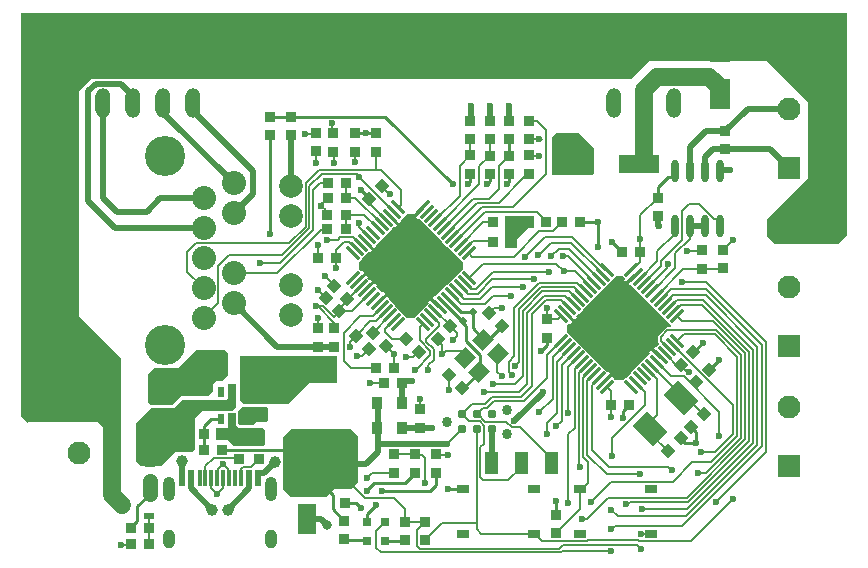
<source format=gtl>
G04*
G04 #@! TF.GenerationSoftware,Altium Limited,Altium Designer,19.1.9 (167)*
G04*
G04 Layer_Physical_Order=1*
G04 Layer_Color=255*
%FSLAX25Y25*%
%MOIN*%
G70*
G01*
G75*
%ADD11C,0.01000*%
%ADD14C,0.00600*%
%ADD53R,0.03543X0.02362*%
%ADD54R,0.02362X0.03543*%
G04:AMPARAMS|DCode=55|XSize=66.93mil|YSize=94.49mil|CornerRadius=0mil|HoleSize=0mil|Usage=FLASHONLY|Rotation=45.000|XOffset=0mil|YOffset=0mil|HoleType=Round|Shape=Rectangle|*
%AMROTATEDRECTD55*
4,1,4,0.00974,-0.05707,-0.05707,0.00974,-0.00974,0.05707,0.05707,-0.00974,0.00974,-0.05707,0.0*
%
%ADD55ROTATEDRECTD55*%

%ADD56R,0.06693X0.09843*%
%ADD57R,0.09843X0.06693*%
%ADD58R,0.02362X0.05709*%
%ADD59R,0.01181X0.05709*%
%ADD60R,0.03347X0.03347*%
%ADD61R,0.13780X0.06299*%
%ADD62P,0.03062X4X90.0*%
%ADD63R,0.03543X0.03937*%
G04:AMPARAMS|DCode=64|XSize=11mil|YSize=58mil|CornerRadius=0mil|HoleSize=0mil|Usage=FLASHONLY|Rotation=135.000|XOffset=0mil|YOffset=0mil|HoleType=Round|Shape=Rectangle|*
%AMROTATEDRECTD64*
4,1,4,0.02439,0.01662,-0.01662,-0.02439,-0.02439,-0.01662,0.01662,0.02439,0.02439,0.01662,0.0*
%
%ADD64ROTATEDRECTD64*%

G04:AMPARAMS|DCode=65|XSize=11mil|YSize=58mil|CornerRadius=0mil|HoleSize=0mil|Usage=FLASHONLY|Rotation=225.000|XOffset=0mil|YOffset=0mil|HoleType=Round|Shape=Rectangle|*
%AMROTATEDRECTD65*
4,1,4,-0.01662,0.02439,0.02439,-0.01662,0.01662,-0.02439,-0.02439,0.01662,-0.01662,0.02439,0.0*
%
%ADD65ROTATEDRECTD65*%

%ADD66P,0.04733X4X90.0*%
%ADD67R,0.03347X0.03347*%
%ADD68O,0.02362X0.07480*%
G04:AMPARAMS|DCode=69|XSize=55.12mil|YSize=47.24mil|CornerRadius=0mil|HoleSize=0mil|Usage=FLASHONLY|Rotation=225.000|XOffset=0mil|YOffset=0mil|HoleType=Round|Shape=Rectangle|*
%AMROTATEDRECTD69*
4,1,4,0.00278,0.03619,0.03619,0.00278,-0.00278,-0.03619,-0.03619,-0.00278,0.00278,0.03619,0.0*
%
%ADD69ROTATEDRECTD69*%

%ADD70C,0.03100*%
%ADD71R,0.03937X0.02953*%
%ADD72P,0.04733X4X180.0*%
%ADD73R,0.03150X0.03150*%
%ADD74R,0.08661X0.06299*%
%ADD75R,0.06299X0.10236*%
%ADD76C,0.02000*%
%ADD77C,0.00800*%
%ADD78C,0.06000*%
%ADD79C,0.05000*%
%ADD80O,0.05000X0.10000*%
%ADD81C,0.08000*%
%ADD82C,0.07874*%
%ADD83C,0.13386*%
%ADD84O,0.03937X0.06299*%
%ADD85O,0.03937X0.08268*%
%ADD86R,0.07677X0.07677*%
%ADD87C,0.07677*%
%ADD88C,0.03400*%
%ADD89C,0.15000*%
%ADD90C,0.02362*%
%ADD91C,0.03937*%
%ADD92C,0.03150*%
G36*
X191000Y136100D02*
X191000Y127700D01*
X190400Y127100D01*
X177600Y127100D01*
X177000Y127700D01*
Y139800D01*
X177100D01*
X178600Y141300D01*
X185800D01*
X191000Y136100D01*
D02*
G37*
G36*
X134455Y116021D02*
X131697Y113263D01*
X132439Y112521D01*
X132722Y112804D01*
X133783Y111743D01*
Y111743D01*
X134985Y110541D01*
X135197Y110329D01*
X136329Y109198D01*
Y109198D01*
X137955Y107571D01*
X137955D01*
X139157Y106369D01*
X139369Y106157D01*
X140571Y104955D01*
Y104955D01*
X142198Y103329D01*
X142198D01*
X143329Y102197D01*
X143541Y101985D01*
X144743Y100783D01*
X144743D01*
X146370Y99157D01*
Y99157D01*
X147300Y98226D01*
Y95774D01*
X146370Y94843D01*
Y94843D01*
X144743Y93217D01*
X144743D01*
X143329Y91803D01*
X142198Y90671D01*
X142198D01*
X140571Y89045D01*
Y89045D01*
X139157Y87631D01*
X138238Y86712D01*
X137955Y86994D01*
X137213Y86252D01*
X139970Y83494D01*
X139263Y82787D01*
X136505Y85545D01*
X135763Y84802D01*
X136046Y84520D01*
X134985Y83459D01*
X133783Y82257D01*
Y82257D01*
X132157Y80630D01*
X132157D01*
X131226Y79700D01*
X128774D01*
X127843Y80630D01*
X127843D01*
X126217Y82257D01*
Y82257D01*
X124803Y83671D01*
X123671Y84802D01*
Y84802D01*
X122540Y85934D01*
X122823Y86217D01*
X122080Y86959D01*
X119323Y84201D01*
X118616Y84908D01*
X121373Y87666D01*
X120631Y88409D01*
X120348Y88126D01*
X119429Y89045D01*
Y89045D01*
X118368Y90106D01*
X118651Y90389D01*
X117909Y91131D01*
X115151Y88373D01*
X114444Y89080D01*
X117201Y91838D01*
X116459Y92581D01*
X116176Y92298D01*
X115540Y92934D01*
X115823Y93217D01*
X115080Y93959D01*
X112322Y91202D01*
X111615Y91909D01*
X114373Y94666D01*
X113630Y95409D01*
X113348Y95126D01*
X112700Y95774D01*
X112700Y98226D01*
X113630Y99157D01*
Y99157D01*
X115257Y100783D01*
X115257D01*
X116176Y101702D01*
X116459Y101419D01*
X117201Y102162D01*
X114444Y104920D01*
X115151Y105627D01*
X117909Y102869D01*
X118651Y103611D01*
X118368Y103894D01*
X119429Y104955D01*
Y104955D01*
X120631Y106157D01*
X122045Y107571D01*
X122045D01*
X123671Y109198D01*
Y109198D01*
X124520Y110046D01*
X124803Y109763D01*
X125545Y110506D01*
X122787Y113263D01*
X123495Y113971D01*
X126252Y111213D01*
X126995Y111955D01*
X126712Y112238D01*
X127843Y113370D01*
X127843D01*
X128774Y114300D01*
X130660D01*
X130990Y113971D01*
X133748Y116728D01*
X134455Y116021D01*
D02*
G37*
G36*
X275591Y107191D02*
X272700Y104300D01*
X251300Y104300D01*
X248900Y106700D01*
X248900Y112500D01*
X262600Y126200D01*
Y151400D01*
X248900Y165100D01*
X209300D01*
X203500Y159300D01*
X23800D01*
X23700Y159400D01*
X19500Y155200D01*
Y80200D01*
X33500Y66200D01*
Y44900D01*
X3100D01*
X2800Y45200D01*
X2100Y44700D01*
X0Y46800D01*
Y180400D01*
Y181102D01*
X275591D01*
X275591Y107191D01*
D02*
G37*
G36*
X171000Y109500D02*
X169000Y109500D01*
X165500Y106000D01*
X165500Y103000D01*
X161500D01*
Y113500D01*
X171000D01*
Y109500D01*
D02*
G37*
G36*
X205298Y93678D02*
X202541Y90920D01*
X203283Y90178D01*
X203566Y90460D01*
X204485Y89541D01*
X204697Y89329D01*
X205829Y88198D01*
D01*
X207455Y86571D01*
X207455Y86571D01*
X208657Y85369D01*
X208869Y85157D01*
X210071Y83955D01*
D01*
X211698Y82329D01*
X211698Y82329D01*
X212829Y81197D01*
X213041Y80985D01*
X214243Y79783D01*
X214243Y79783D01*
X215869Y78157D01*
D01*
X216800Y77226D01*
Y76418D01*
X215600D01*
X215249Y76348D01*
X214951Y76149D01*
X212751Y73949D01*
X212552Y73651D01*
X212482Y73300D01*
Y71858D01*
X212552Y71507D01*
X212751Y71209D01*
X212993Y70967D01*
X212829Y70803D01*
X211980Y69954D01*
X211698Y70237D01*
X210955Y69495D01*
X213713Y66737D01*
X213006Y66030D01*
X210248Y68787D01*
X209506Y68045D01*
X209788Y67762D01*
X208657Y66631D01*
X207455Y65429D01*
X207455Y65429D01*
X205829Y63802D01*
D01*
X204485Y62459D01*
X203283Y61257D01*
D01*
X201657Y59631D01*
X201657Y59631D01*
X200826Y58800D01*
X198174D01*
X197626Y59348D01*
X197909Y59631D01*
X197167Y60373D01*
X194409Y57615D01*
X193702Y58322D01*
X196459Y61080D01*
X195717Y61822D01*
X195434Y61540D01*
X194303Y62671D01*
X193171Y63802D01*
D01*
X191545Y65429D01*
X191545Y65429D01*
X190131Y66843D01*
X188929Y68045D01*
D01*
X187302Y69671D01*
X187302Y69671D01*
X185959Y71015D01*
X184757Y72217D01*
X184757Y72217D01*
X183131Y73843D01*
D01*
X182200Y74774D01*
Y77226D01*
X182848Y77874D01*
X183131Y77591D01*
X183873Y78333D01*
X181115Y81091D01*
X181822Y81798D01*
X184580Y79040D01*
X185322Y79783D01*
X185040Y80066D01*
X185959Y80985D01*
X187302Y82329D01*
X187302Y82329D01*
X188929Y83955D01*
D01*
X190131Y85157D01*
X191545Y86571D01*
X191545Y86571D01*
X193171Y88198D01*
D01*
X194303Y89329D01*
X195717Y90743D01*
D01*
X197343Y92370D01*
X197343Y92370D01*
X198374Y93400D01*
X200626D01*
X201374Y92652D01*
X201091Y92370D01*
X201834Y91627D01*
X204591Y94385D01*
X205298Y93678D01*
D02*
G37*
G36*
X105500Y58000D02*
X96500D01*
X89233Y50733D01*
X74508D01*
X73000Y52241D01*
Y67000D01*
X105500D01*
Y58000D01*
D02*
G37*
G36*
X69000Y68000D02*
Y60500D01*
X67000Y58500D01*
X65000D01*
X64000Y57500D01*
X64000Y55000D01*
X62500Y53500D01*
X53500Y53500D01*
X50500Y50500D01*
X43500D01*
X42500Y51500D01*
X42500Y61000D01*
X44500Y63000D01*
X52500D01*
X58500Y69000D01*
X68000D01*
X69000Y68000D01*
D02*
G37*
G36*
X82500Y49500D02*
Y45500D01*
X82000Y45000D01*
X78500D01*
X77300Y43800D01*
X73200D01*
X72500Y44500D01*
X72500Y48500D01*
X74000Y50000D01*
X82000D01*
X82500Y49500D01*
D02*
G37*
G36*
X71900Y43800D02*
X72700Y43000D01*
X80700Y43000D01*
X81600Y42100D01*
X81600Y37600D01*
X80900Y36900D01*
X71100D01*
X69000Y39000D01*
X65000Y39000D01*
Y43000D01*
X69100D01*
Y48000D01*
X71900D01*
X71900Y43800D01*
D02*
G37*
G36*
X71800Y57500D02*
X71800Y49800D01*
X70700Y48700D01*
X60450Y48700D01*
X58000Y46250D01*
X58000Y41750D01*
Y36000D01*
X57000Y35000D01*
X51500D01*
X46800Y30300D01*
X40000Y30300D01*
X38500Y31800D01*
X38500Y44500D01*
X43500Y49500D01*
X51000Y49500D01*
X53800Y52300D01*
X68800D01*
X69250Y52750D01*
X69250Y57500D01*
X71800Y57500D01*
D02*
G37*
G36*
X179100Y27599D02*
X174700Y27604D01*
Y35002D01*
X179100D01*
X179100Y27599D01*
D02*
G37*
G36*
X169100D02*
X164700Y27604D01*
Y35002D01*
X169100D01*
X169100Y27599D01*
D02*
G37*
G36*
X159100D02*
X154700Y27604D01*
Y35002D01*
X159100D01*
X159100Y27599D01*
D02*
G37*
G36*
X112500Y40000D02*
Y25000D01*
X110000Y22500D01*
X104500D01*
X102000Y20000D01*
X90000D01*
X87500Y22500D01*
Y40000D01*
X90000Y42500D01*
X110000D01*
X112500Y40000D01*
D02*
G37*
D11*
X117093Y23793D02*
X117800Y24500D01*
X117093Y23762D02*
Y23793D01*
X115600Y22269D02*
X117093Y23762D01*
X115600Y21900D02*
Y22269D01*
X90130Y146681D02*
X121469D01*
X144000Y124150D01*
X115500Y14300D02*
X118400Y17200D01*
X115500Y11650D02*
Y14300D01*
X104000Y15900D02*
X107900Y12000D01*
X104000Y15900D02*
Y20500D01*
X97913Y26587D02*
X104000Y20500D01*
X212500Y119651D02*
Y123152D01*
X215905Y126557D01*
X217371D01*
X218000Y127186D01*
Y128652D01*
X149148Y124348D02*
X149800Y125000D01*
X155348Y124348D02*
X156296Y125296D01*
X162050Y124150D02*
X162800Y124900D01*
Y127598D01*
X192300Y111500D02*
X192500Y111300D01*
X192300Y111500D02*
X192500D01*
X186551D02*
X192300D01*
X192500Y103100D02*
Y111300D01*
X149800Y125000D02*
Y127649D01*
X156296Y125296D02*
Y127594D01*
X156300Y127598D01*
X147615Y56215D02*
X152875Y61475D01*
X147030Y56215D02*
X147615D01*
X150626Y76106D02*
X154400Y72333D01*
Y73119D01*
X154431Y73088D01*
X156703D01*
X160357Y76743D01*
X150626Y76106D02*
Y81626D01*
X146788D02*
X150626D01*
X142445Y85969D02*
X146788Y81626D01*
X153200Y64434D02*
Y67100D01*
X152875Y64109D02*
X153200Y64434D01*
X152875Y61475D02*
Y64109D01*
X148500Y71800D02*
X153200Y67100D01*
X148500Y71800D02*
Y76757D01*
X147374Y77883D02*
X148500Y76757D01*
X147374Y77883D02*
Y78374D01*
X147212D02*
X147374D01*
X141031Y84555D02*
X147212Y78374D01*
X36749Y9700D02*
Y9849D01*
Y8700D02*
Y9700D01*
X38900Y12000D02*
Y16913D01*
X36749Y9849D02*
X38900Y12000D01*
X108349Y5449D02*
X115402D01*
X106700Y6149D02*
X107900D01*
Y5898D02*
X108349Y5449D01*
X219400Y40000D02*
X221400Y38000D01*
X222942Y43543D02*
X225100Y41385D01*
X221400Y38000D02*
X225100D01*
Y41385D01*
X113600Y122100D02*
X116080Y119620D01*
X115000Y141051D02*
X118600D01*
X111400D02*
X115000D01*
X116080Y119080D02*
Y119620D01*
X90000Y146551D02*
X90130Y146681D01*
X111851Y17949D02*
X113500Y16300D01*
X142500Y22464D02*
X146860D01*
X147119Y22723D01*
X142300Y22664D02*
X142500Y22464D01*
X147119Y22723D02*
X147378Y22464D01*
X138500Y23900D02*
Y28000D01*
X136600Y22000D02*
X138500Y23900D01*
X120300Y22000D02*
X136600D01*
X38900Y16913D02*
X41656Y19669D01*
Y20259D01*
X42337Y20940D01*
X42928D01*
X227400Y71300D02*
Y71319D01*
X224257Y68158D02*
X227400Y71300D01*
X229457Y62357D02*
X232700Y65600D01*
Y65637D01*
X200800Y46300D02*
Y48600D01*
X202800Y50600D01*
X173500Y68700D02*
X175300Y70500D01*
Y72998D01*
X83100Y107600D02*
Y140349D01*
X83000Y140449D02*
X83100Y140349D01*
X108000Y17949D02*
X111851D01*
X117800Y24500D02*
X128051D01*
X83000Y146551D02*
X90000D01*
X178400Y13951D02*
Y18600D01*
X223657Y67558D02*
X224257Y68158D01*
X197049Y104900D02*
X200349Y101600D01*
X223557Y67558D02*
X223657D01*
X128051Y24500D02*
X131500Y27949D01*
X67051Y35500D02*
X91500D01*
X94000Y33000D01*
X63472Y45972D02*
X66760D01*
X60949Y43449D02*
X63472Y45972D01*
X60949Y41000D02*
Y43449D01*
X115402Y5449D02*
X115500Y5350D01*
X121500D02*
X127902D01*
X128000Y5449D01*
X95500Y26587D02*
X97913D01*
X162800Y133700D02*
Y138649D01*
X60949Y35500D02*
Y41000D01*
D14*
X209117Y89859D02*
X215406Y96149D01*
Y97073D01*
X215743Y97410D01*
Y97274D02*
Y97410D01*
X213419Y98519D02*
X220500Y105600D01*
X213419Y96848D02*
Y98519D01*
X218200Y96074D02*
Y101100D01*
X210671Y88545D02*
X218200Y96074D01*
X64381Y32881D02*
X72568D01*
X61579Y30079D02*
X64381Y32881D01*
X72568D02*
X72900Y32549D01*
X65806Y26350D02*
Y29106D01*
X65516Y26059D02*
X65806Y26350D01*
Y29106D02*
X67500Y30800D01*
X63547Y22968D02*
Y26059D01*
Y22968D02*
X65516Y21000D01*
X67484Y22968D02*
Y26059D01*
X65516Y21000D02*
X67484Y22968D01*
X61579Y26059D02*
Y30079D01*
X67500Y30800D02*
X69162Y29138D01*
Y26350D02*
Y29138D01*
Y26350D02*
X69453Y26059D01*
X74213Y29813D02*
X76640D01*
X73462Y29062D02*
X74213Y29813D01*
X73462Y26131D02*
Y29062D01*
X76640Y29813D02*
X79276Y32449D01*
X73390Y26059D02*
X73462Y26131D01*
X154450Y37682D02*
Y43704D01*
X153104Y45050D02*
X154450Y43704D01*
X149450Y45050D02*
X153104D01*
X163638Y43188D02*
X165362D01*
X161876Y44950D02*
X163638Y43188D01*
X154902Y44950D02*
X161876D01*
X162496Y25400D02*
X167000Y29904D01*
X154200Y25400D02*
X162496D01*
X153200Y26400D02*
X154200Y25400D01*
X165374Y43200D02*
X166500D01*
X165362Y43188D02*
X165374Y43200D01*
X166500D02*
X176800Y32900D01*
Y31500D02*
Y32900D01*
Y31500D02*
X176900Y31400D01*
X152351Y47500D02*
X154902Y44950D01*
X152000Y47500D02*
X152351D01*
X153200Y36432D02*
X154450Y37682D01*
X167000Y29904D02*
Y31500D01*
X153200Y26400D02*
Y36432D01*
X176900Y31400D02*
Y32800D01*
X147000Y47500D02*
X149450Y45050D01*
X132227Y8978D02*
X134800Y11551D01*
X118500Y2937D02*
Y8650D01*
X121500Y11650D01*
X118500Y2937D02*
X120037Y1400D01*
X218200Y101100D02*
X222973Y105873D01*
Y110121D01*
X223000Y110148D01*
X220500Y105600D02*
Y115200D01*
X222700Y117400D01*
X207773Y91203D02*
X213419Y96848D01*
X228300Y91600D02*
X248300Y71600D01*
X220500Y91600D02*
X228300D01*
X233900Y95949D02*
X234000Y96049D01*
X227200Y95949D02*
X233900D01*
X220863D02*
X227200D01*
X211945Y87031D02*
X220863Y95949D01*
X248300Y34800D02*
Y71600D01*
X222700Y117400D02*
X226250D01*
X231270Y112380D01*
X232186D01*
X233000Y111566D01*
Y110148D02*
Y111566D01*
X143013Y77057D02*
X143257D01*
X100232Y116944D02*
Y117421D01*
X100976Y118165D01*
Y118327D01*
X102349Y119700D01*
X100232Y116944D02*
X101704Y115472D01*
Y114445D02*
Y115472D01*
Y114445D02*
X102249Y113900D01*
X112900Y126687D02*
X124555Y115031D01*
X112005Y127581D02*
X112900Y126687D01*
X87197Y100500D02*
X96200Y109503D01*
Y123400D02*
X100381Y127581D01*
X96200Y109503D02*
Y123400D01*
X86394Y98000D02*
X97400Y109006D01*
Y122100D02*
X99800Y124500D01*
X97400Y109006D02*
Y122100D01*
X95000Y110000D02*
Y124500D01*
X99281Y128781D01*
X221100Y60100D02*
X232900Y48300D01*
Y40300D02*
Y48300D01*
X112343Y74343D02*
X116500Y78500D01*
X112343Y73158D02*
Y74343D01*
X116500Y78500D02*
X118430D01*
X106600Y106400D02*
X110842D01*
X105800Y105600D02*
X106600Y106400D01*
X102100Y105600D02*
X105800D01*
X109414Y105000D02*
X111969Y102445D01*
X107900Y105000D02*
X109414D01*
X105102Y102202D02*
X107900Y105000D01*
X115500Y118500D02*
X121727Y112273D01*
X105102Y99600D02*
Y102202D01*
X105151Y96049D02*
Y99600D01*
X112900Y109857D02*
Y111300D01*
Y109857D02*
X116141Y106617D01*
X111543Y119700D02*
X120383Y110859D01*
X108451Y119700D02*
X111543D01*
X110842Y106400D02*
X113383Y103859D01*
X99281Y128781D02*
X118500D01*
X98500Y134949D02*
X98600Y135049D01*
X98500Y131100D02*
Y134949D01*
X79900Y98000D02*
X86394D01*
X85500Y94500D02*
X100027Y109027D01*
X71000Y94500D02*
X85500D01*
X100027Y109027D02*
X102076D01*
X102249Y109200D01*
X99800Y124500D02*
X102349D01*
X69500Y100500D02*
X87197D01*
X65900Y96900D02*
X69500Y100500D01*
X108351Y113900D02*
X114514D01*
X118969Y109445D01*
X108351Y109200D02*
Y113900D01*
X108451Y120000D02*
Y124500D01*
X89500Y104500D02*
X95000Y110000D01*
X100381Y127581D02*
X112005D01*
X111400Y131600D02*
Y134949D01*
X118500Y128781D02*
X120219D01*
X118500D02*
X118600Y128881D01*
Y134949D01*
X120219Y128781D02*
X126800Y122200D01*
Y117276D02*
Y122200D01*
X125899Y116375D02*
X126800Y117276D01*
X104100Y134949D02*
X104400Y134649D01*
Y131300D02*
Y134649D01*
X181100Y95100D02*
X184743D01*
X154057Y97581D02*
X178581D01*
X181062Y95100D01*
X181100D01*
X184743D02*
X189783Y90059D01*
X153596Y7677D02*
X171423D01*
X145415Y88444D02*
Y88727D01*
X146723Y89823D02*
Y90247D01*
X148102Y91272D02*
Y91555D01*
X120037Y1400D02*
X180047D01*
X180547Y1900D01*
X179550Y2600D02*
X180926Y3976D01*
X133088Y2600D02*
X179550D01*
X132227Y3461D02*
X133088Y2600D01*
X173824Y5276D02*
X188794D01*
X171423Y7677D02*
X173824Y5276D01*
X152000Y9273D02*
X153596Y7677D01*
X152000Y9273D02*
Y11200D01*
Y42500D01*
X140551Y11200D02*
X152000D01*
X134900Y5549D02*
X140551Y11200D01*
X157466Y95000D02*
X176000D01*
X148102Y91272D02*
X150215Y89159D01*
X148031Y91555D02*
X148102D01*
X148987Y87559D02*
X152288D01*
X146617Y90141D02*
X146723Y90247D01*
X157500Y87000D02*
X163500D01*
X154859Y84359D02*
X157500Y87000D01*
X138273Y81542D02*
Y81797D01*
X137700Y65700D02*
Y69197D01*
X151625Y89159D02*
X157466Y95000D01*
X152951Y85959D02*
X156991Y90000D01*
X133000Y76524D02*
X134101Y77625D01*
X139500Y77000D02*
Y77742D01*
X131500Y62057D02*
X131722Y62278D01*
X136500Y67057D01*
X145203Y88727D02*
X145415D01*
X133000Y72200D02*
X136500Y68700D01*
X135800Y63800D02*
X137700Y65700D01*
X146883Y84359D02*
X154859D01*
X135200Y71697D02*
Y72700D01*
X156991Y90000D02*
X167500D01*
X136500Y67057D02*
Y68700D01*
X157229Y92500D02*
X171000D01*
X146723Y89823D02*
X148987Y87559D01*
X147900Y85959D02*
X152951D01*
X135200Y72700D02*
X139500Y77000D01*
X131722Y62278D02*
X131722D01*
X145415Y88444D02*
X147900Y85959D01*
X133000Y72200D02*
Y76524D01*
X135800Y62100D02*
Y63800D01*
X143859Y87383D02*
X146883Y84359D01*
X135200Y71697D02*
X137700Y69197D01*
X152288Y87559D02*
X157229Y92500D01*
X150215Y89159D02*
X151625D01*
X136859Y80383D02*
X139500Y77742D01*
X174800Y106700D02*
X183730D01*
X168050Y99950D02*
X174800Y106700D01*
X168050Y99950D02*
X168050D01*
X195838Y3981D02*
X205519D01*
X206800Y2700D01*
X206900Y7700D02*
X210077D01*
X210100Y7677D01*
X206140Y5301D02*
X223301D01*
X206060Y5381D02*
X206140Y5301D01*
X188900Y5381D02*
X206060D01*
X223301Y5301D02*
X237300Y19300D01*
X180926Y3976D02*
X195833D01*
X195838Y3981D01*
X188794Y5276D02*
X188900Y5381D01*
X180547Y1900D02*
X196600D01*
X132227Y3461D02*
Y8978D01*
X196900Y25000D02*
X217350D01*
X190000Y18100D02*
X196900Y25000D01*
X217350D02*
X223850Y31500D01*
X231800Y18300D02*
X248300Y34800D01*
X225800Y27900D02*
X228362D01*
X231400Y34800D02*
X237500Y40900D01*
X226800Y34800D02*
X231400D01*
X228362Y27900D02*
X240100Y39639D01*
X237500Y40900D02*
Y50534D01*
X217531Y70503D02*
X237500Y50534D01*
X217531Y70503D02*
Y70555D01*
X213400Y73300D02*
X215600Y75500D01*
X213400Y71858D02*
Y73300D01*
Y71858D02*
X216117Y69141D01*
X215600Y75500D02*
X231838D01*
X240100Y39639D02*
Y67238D01*
X231838Y75500D02*
X240100Y67238D01*
X216117Y69141D02*
X216471D01*
X143257Y76842D02*
X145400Y74700D01*
X143257Y76842D02*
Y76858D01*
X138273Y81797D02*
X143013Y77057D01*
X182542Y100200D02*
X191056Y91686D01*
X182658Y102700D02*
X192541Y92817D01*
X183486Y104700D02*
X193955Y94231D01*
X99100Y83400D02*
X100915D01*
X98500D02*
X99100D01*
X104500Y78000D01*
X100915Y83400D02*
X104315Y80000D01*
X107700Y65300D02*
Y74700D01*
X109800Y70000D02*
Y71615D01*
X107700Y65300D02*
X110000Y63000D01*
X107700Y74700D02*
X113100Y80100D01*
X109800Y71615D02*
X111843Y73658D01*
X145400Y73700D02*
Y74700D01*
X144000Y72300D02*
X145400Y73700D01*
X216814Y60100D02*
X221100D01*
X211945Y64969D02*
X216814Y60100D01*
X191056Y91403D02*
Y91686D01*
X172400Y100700D02*
X172900D01*
X176900Y104700D01*
X183730Y106700D02*
X194855Y95575D01*
X195299D01*
X149375Y92899D02*
X154057Y97581D01*
X121727Y112203D02*
Y112273D01*
X109084Y85843D02*
X113383Y90141D01*
X108658Y85843D02*
X109084D01*
X121500Y75000D02*
Y75914D01*
X124555Y78969D01*
X121500Y75000D02*
X123843Y72658D01*
X128342D01*
X118430Y78500D02*
X121727Y81797D01*
X117416Y74657D02*
X123141Y80383D01*
X117342Y74657D02*
X117416D01*
X117343Y80100D02*
X120383Y83141D01*
X104500Y76051D02*
Y78000D01*
X104315Y80000D02*
X106158Y81842D01*
X108658Y85158D02*
Y85843D01*
X106158Y82657D02*
X108658Y85158D01*
X106158Y81842D02*
Y82657D01*
X132949Y43000D02*
X133000Y42949D01*
X191056Y91403D02*
X191127D01*
X176900Y104700D02*
X183486D01*
X179400Y102700D02*
X182658D01*
X180900Y100200D02*
X182542D01*
X176900D02*
X179400Y102700D01*
X110000Y63000D02*
X118449D01*
X106158Y81842D02*
X110600D01*
X116141Y87383D01*
X113100Y80100D02*
X117343D01*
X61000Y79500D02*
X65900Y84400D01*
Y96900D01*
X55500Y95000D02*
X61000Y89500D01*
X55500Y95000D02*
Y101500D01*
X58500Y104500D01*
X89500D01*
D53*
X42928Y13460D02*
D03*
Y20940D02*
D03*
X33872Y17200D02*
D03*
D54*
X74240Y45972D02*
D03*
X70500D02*
D03*
X66760D02*
D03*
Y55028D02*
D03*
X70500D02*
D03*
X74240D02*
D03*
D55*
X220050Y52950D02*
D03*
X209750Y42650D02*
D03*
D56*
X233000Y169874D02*
D03*
Y154126D02*
D03*
D57*
X78248Y63000D02*
D03*
X62500D02*
D03*
D58*
X53803Y26059D02*
D03*
X76146D02*
D03*
X56854D02*
D03*
X79197D02*
D03*
D59*
X59610D02*
D03*
X61579D02*
D03*
X69453D02*
D03*
X65516D02*
D03*
X67484D02*
D03*
X63547D02*
D03*
X71421D02*
D03*
X73390D02*
D03*
D60*
X72900Y38651D02*
D03*
Y32549D02*
D03*
X79276Y32449D02*
D03*
Y38551D02*
D03*
X118600Y141051D02*
D03*
Y134949D02*
D03*
X111400Y141051D02*
D03*
Y134949D02*
D03*
X83000Y146551D02*
D03*
Y140449D02*
D03*
X234900Y141951D02*
D03*
Y135849D02*
D03*
X107900Y12000D02*
D03*
Y5898D02*
D03*
X124500Y27949D02*
D03*
Y34051D02*
D03*
X131500Y27949D02*
D03*
Y34051D02*
D03*
X138500Y28000D02*
D03*
Y34102D02*
D03*
X134900Y11651D02*
D03*
Y5549D02*
D03*
X234000Y96049D02*
D03*
Y102151D02*
D03*
X178400Y7849D02*
D03*
Y13951D02*
D03*
X128000Y5449D02*
D03*
Y11551D02*
D03*
X227200Y102051D02*
D03*
Y95949D02*
D03*
X104100Y134949D02*
D03*
Y141051D02*
D03*
X169300Y139249D02*
D03*
Y145351D02*
D03*
Y133751D02*
D03*
Y127649D02*
D03*
X104500Y76051D02*
D03*
Y69949D02*
D03*
X162800Y139149D02*
D03*
Y145251D02*
D03*
X156300Y139149D02*
D03*
Y145251D02*
D03*
X149800Y139249D02*
D03*
Y145351D02*
D03*
X90000Y146551D02*
D03*
Y140449D02*
D03*
X162800Y127598D02*
D03*
Y133700D02*
D03*
X156300Y127598D02*
D03*
Y133700D02*
D03*
X149800Y127649D02*
D03*
Y133751D02*
D03*
X43000Y25349D02*
D03*
Y31451D02*
D03*
X99000Y76051D02*
D03*
Y69949D02*
D03*
X212500Y119651D02*
D03*
Y113549D02*
D03*
X60500Y50398D02*
D03*
Y56500D02*
D03*
X98600Y141151D02*
D03*
Y135049D02*
D03*
X175300Y79100D02*
D03*
Y72998D02*
D03*
X133000Y42949D02*
D03*
Y49051D02*
D03*
X108000Y24051D02*
D03*
Y17949D02*
D03*
X80000Y47449D02*
D03*
Y53551D02*
D03*
D61*
X183900Y130800D02*
D03*
X205947D02*
D03*
D62*
X147374Y78374D02*
D03*
X150626Y81626D02*
D03*
D63*
X118866Y51200D02*
D03*
X127134D02*
D03*
X118866Y42800D02*
D03*
X127134D02*
D03*
D64*
X135445Y115031D02*
D03*
X134101Y116375D02*
D03*
X136859Y113617D02*
D03*
X138273Y112203D02*
D03*
X139617Y110859D02*
D03*
X141031Y109445D02*
D03*
X142445Y108031D02*
D03*
X143859Y106617D02*
D03*
X145203Y105273D02*
D03*
X146617Y103859D02*
D03*
X148031Y102445D02*
D03*
X149375Y101101D02*
D03*
X125899Y77625D02*
D03*
X124555Y78969D02*
D03*
X123141Y80383D02*
D03*
X121727Y81797D02*
D03*
X120383Y83141D02*
D03*
X118969Y84555D02*
D03*
X117555Y85969D02*
D03*
X116141Y87383D02*
D03*
X114797Y88727D02*
D03*
X113383Y90141D02*
D03*
X111969Y91555D02*
D03*
X110625Y92899D02*
D03*
X194055Y57969D02*
D03*
X195399Y56625D02*
D03*
X192641Y59383D02*
D03*
X191227Y60797D02*
D03*
X189883Y62141D02*
D03*
X188469Y63555D02*
D03*
X187055Y64969D02*
D03*
X185641Y66383D02*
D03*
X184297Y67727D02*
D03*
X182883Y69141D02*
D03*
X181469Y70555D02*
D03*
X180125Y71899D02*
D03*
X203601Y95375D02*
D03*
X204945Y94031D02*
D03*
X206359Y92617D02*
D03*
X207773Y91203D02*
D03*
X209117Y89859D02*
D03*
X210531Y88445D02*
D03*
X211945Y87031D02*
D03*
X213359Y85617D02*
D03*
X214703Y84273D02*
D03*
X216117Y82859D02*
D03*
X217531Y81445D02*
D03*
X218875Y80101D02*
D03*
D65*
X149375Y92899D02*
D03*
X148031Y91555D02*
D03*
X146617Y90141D02*
D03*
X145203Y88727D02*
D03*
X143859Y87383D02*
D03*
X142445Y85969D02*
D03*
X141031Y84555D02*
D03*
X139617Y83141D02*
D03*
X138273Y81797D02*
D03*
X136859Y80383D02*
D03*
X135445Y78969D02*
D03*
X134101Y77625D02*
D03*
X110625Y101101D02*
D03*
X111969Y102445D02*
D03*
X113383Y103859D02*
D03*
X114797Y105273D02*
D03*
X116141Y106617D02*
D03*
X117555Y108031D02*
D03*
X118969Y109445D02*
D03*
X120383Y110859D02*
D03*
X121727Y112203D02*
D03*
X123141Y113617D02*
D03*
X124555Y115031D02*
D03*
X125899Y116375D02*
D03*
X180125Y80101D02*
D03*
X181469Y81445D02*
D03*
X182883Y82859D02*
D03*
X184297Y84273D02*
D03*
X185641Y85617D02*
D03*
X187055Y87031D02*
D03*
X188469Y88445D02*
D03*
X189883Y89859D02*
D03*
X191227Y91203D02*
D03*
X192641Y92617D02*
D03*
X194055Y94031D02*
D03*
X195399Y95375D02*
D03*
X218875Y71899D02*
D03*
X217531Y70555D02*
D03*
X216117Y69141D02*
D03*
X214703Y67727D02*
D03*
X213359Y66383D02*
D03*
X211945Y64969D02*
D03*
X210531Y63555D02*
D03*
X209117Y62141D02*
D03*
X207773Y60797D02*
D03*
X206359Y59383D02*
D03*
X204945Y57969D02*
D03*
X203601Y56625D02*
D03*
D66*
X116080Y119080D02*
D03*
X120396Y123396D02*
D03*
X223443Y43143D02*
D03*
X227758Y47458D02*
D03*
X220158Y39557D02*
D03*
X215843Y35243D02*
D03*
X225143Y58043D02*
D03*
X229457Y62357D02*
D03*
X219942Y63842D02*
D03*
X224257Y68158D02*
D03*
X143257Y76858D02*
D03*
X138943Y72543D02*
D03*
D67*
X42851Y9700D02*
D03*
X36749D02*
D03*
X102349Y119700D02*
D03*
X108451D02*
D03*
X108351Y113900D02*
D03*
X102249D02*
D03*
X42851Y4200D02*
D03*
X36749D02*
D03*
X186551Y111500D02*
D03*
X180449D02*
D03*
X163551Y105000D02*
D03*
X157449D02*
D03*
X163551Y111500D02*
D03*
X157449D02*
D03*
X168949D02*
D03*
X175051D02*
D03*
X60949Y41000D02*
D03*
X67051D02*
D03*
X60949Y35500D02*
D03*
X67051D02*
D03*
X108451Y124500D02*
D03*
X102349D02*
D03*
X196698Y50600D02*
D03*
X202800D02*
D03*
X206451Y101600D02*
D03*
X200349D02*
D03*
X105151Y99600D02*
D03*
X99049D02*
D03*
X118449Y63000D02*
D03*
X124551D02*
D03*
X108351Y109200D02*
D03*
X102249D02*
D03*
X127051Y58000D02*
D03*
X120949D02*
D03*
D68*
X218000Y110148D02*
D03*
X223000D02*
D03*
X228000D02*
D03*
X233000D02*
D03*
X218000Y128652D02*
D03*
X223000D02*
D03*
X228000D02*
D03*
X233000D02*
D03*
D69*
X159000Y67600D02*
D03*
X152875Y61475D02*
D03*
X154267Y72333D02*
D03*
X148143Y66208D02*
D03*
D70*
X152000Y47500D02*
D03*
X157000Y42500D02*
D03*
X152000D02*
D03*
X147000Y47500D02*
D03*
Y42500D02*
D03*
X157000Y47500D02*
D03*
D71*
X171000Y7700D02*
D03*
Y22464D02*
D03*
X147378Y7700D02*
D03*
Y22464D02*
D03*
X210100Y7677D02*
D03*
Y22441D02*
D03*
X186478Y7677D02*
D03*
Y22441D02*
D03*
D72*
X128342Y72658D02*
D03*
X132658Y68343D02*
D03*
X111843Y73658D02*
D03*
X116157Y69342D02*
D03*
X106158Y81842D02*
D03*
X101842Y86158D02*
D03*
X108658Y85843D02*
D03*
X104342Y90158D02*
D03*
X117342Y74657D02*
D03*
X121658Y70342D02*
D03*
X142715Y60530D02*
D03*
X147030Y56215D02*
D03*
X156043Y81058D02*
D03*
X160357Y76743D02*
D03*
D73*
X115500Y11650D02*
D03*
Y5350D02*
D03*
X121500Y11650D02*
D03*
Y5350D02*
D03*
D74*
X100000Y36902D02*
D03*
Y62098D02*
D03*
D75*
X95500Y12413D02*
D03*
Y26587D02*
D03*
X47000Y56087D02*
D03*
Y41913D02*
D03*
D76*
X212554Y110278D02*
X212608Y110224D01*
X212554Y110278D02*
Y113495D01*
X212500Y113549D02*
X212554Y113495D01*
X233167Y128900D02*
X236500D01*
X233000Y128733D02*
X233167Y128900D01*
X233000Y128652D02*
Y128733D01*
X162800Y145251D02*
Y150100D01*
X156300Y145251D02*
Y150100D01*
X150000Y145551D02*
Y150100D01*
X149800Y145351D02*
X150000Y145551D01*
X81113Y27913D02*
X84800Y31600D01*
X79378Y27913D02*
X81113D01*
X79197Y27732D02*
X79378Y27913D01*
X79197Y26059D02*
Y27732D01*
X84036Y31600D02*
X84800D01*
X164500Y45269D02*
X164578D01*
X174000Y54692D01*
Y54800D01*
X157000Y30600D02*
Y37500D01*
X223000Y110148D02*
X228000D01*
X223000Y128652D02*
Y136600D01*
X228351Y141951D01*
X234900D01*
X242291Y149343D01*
X256000D01*
X249809Y135849D02*
X256000Y129657D01*
X234900Y135849D02*
X249809D01*
X228000Y133200D02*
X230649Y135849D01*
X234900D01*
X228000Y128652D02*
Y133200D01*
X127000Y43000D02*
X132949D01*
X119000Y35000D02*
Y37600D01*
X115000Y31000D02*
X119000Y35000D01*
X57500Y148500D02*
X77500Y128500D01*
X57500Y148500D02*
Y151100D01*
X47500Y148000D02*
Y151100D01*
Y148000D02*
X71000Y124500D01*
X33500Y157700D02*
X37500Y153700D01*
X22500Y155200D02*
X25000Y157700D01*
X33500D01*
X37500Y151100D02*
Y153700D01*
X22500Y118500D02*
Y155200D01*
X71500Y114000D02*
Y115000D01*
X56854Y22710D02*
X63864Y15700D01*
X56854Y22710D02*
Y26059D01*
X69000Y15700D02*
X76146Y22846D01*
Y26059D01*
X43699Y20241D02*
Y20759D01*
X43518Y20940D02*
X43699Y20759D01*
X43000Y20940D02*
X43518D01*
X22500Y118500D02*
X31500Y109500D01*
X157000Y37500D02*
Y42500D01*
X119000Y37600D02*
X142100D01*
X130231Y58431D02*
X130300Y58500D01*
X127482Y58431D02*
X130231D01*
X127051Y58000D02*
X127482Y58431D01*
X136949Y42949D02*
X137000Y43000D01*
X53700Y26162D02*
X53803Y26059D01*
X53700Y26162D02*
Y32000D01*
X100087Y12413D02*
X102000Y10500D01*
X95500Y12413D02*
X100087D01*
X119000Y37600D02*
Y51500D01*
X133000Y42949D02*
X136949D01*
X127051Y51551D02*
Y58000D01*
X127000Y51500D02*
X127051Y51551D01*
X107000Y31000D02*
X115000D01*
X27484Y148484D02*
X27500Y148500D01*
X27484Y119516D02*
Y148484D01*
X31500Y109500D02*
X61000D01*
X71000Y114500D02*
X71500Y114000D01*
Y115000D02*
X77500Y121000D01*
Y128500D01*
X27484Y119516D02*
X32000Y115000D01*
X42000D01*
X46500Y119500D01*
X61000D01*
X90000Y123531D02*
Y140449D01*
Y123531D02*
X90016Y123516D01*
X71000Y84500D02*
X85551Y69949D01*
X99000D01*
X104500D01*
D77*
X156700Y144851D02*
X157200Y144351D01*
X172149Y145351D02*
X175203Y142298D01*
X169300Y145351D02*
X172149D01*
X115400Y26100D02*
Y26200D01*
X117149Y27949D01*
X107100Y27300D02*
X114700Y19700D01*
X124300D01*
X128000Y16000D01*
X117149Y27949D02*
X124500D01*
X182600Y47900D02*
Y63343D01*
X175600Y40800D02*
Y44700D01*
X178700Y47800D01*
X172764Y91180D02*
X185523D01*
X188257Y88445D01*
X188469D01*
X128000Y11551D02*
Y16000D01*
X134800Y11551D02*
X134900Y11651D01*
X128000Y11551D02*
X134800D01*
X206500Y98344D02*
Y105800D01*
X212119Y98377D02*
Y101708D01*
X206359Y92617D02*
X212119Y98377D01*
X216843Y89100D02*
X228500D01*
X247000Y36780D02*
Y70600D01*
X228500Y89100D02*
X247000Y70600D01*
X245600Y37360D02*
Y70000D01*
X228500Y87100D02*
X245600Y70000D01*
X217530Y87100D02*
X228500D01*
X244200Y37940D02*
Y69000D01*
X227600Y85600D02*
X244200Y69000D01*
X218858Y85600D02*
X227600D01*
X213359Y85617D02*
X216843Y89100D01*
X214703Y84273D02*
X217530Y87100D01*
X216117Y82859D02*
X218858Y85600D01*
X218000Y107589D02*
Y110148D01*
X212119Y101708D02*
X218000Y107589D01*
X206600Y113751D02*
X212500Y119651D01*
X206600Y105900D02*
Y113751D01*
X159374Y122374D02*
Y130273D01*
X156200Y119200D02*
X159374Y122374D01*
X139652Y110824D02*
X152874Y124046D01*
Y130273D01*
X138273Y112203D02*
X146400Y120330D01*
X159300Y117800D02*
X167876Y126376D01*
X152144Y117800D02*
X159300D01*
X172900Y139249D02*
X173050D01*
X169300Y138649D02*
X169900Y139249D01*
X172849D01*
X169300D02*
X169900D01*
X172849D02*
X172900Y139300D01*
X175203Y127503D02*
Y142298D01*
X164100Y116400D02*
X175203Y127503D01*
X173452Y138950D02*
X173803Y139300D01*
X173101D02*
X173803D01*
X173050Y139249D02*
X173101Y139300D01*
X169380Y133700D02*
X172900D01*
X169314Y133765D02*
X169380Y133700D01*
X153643Y116400D02*
X164100D01*
X167876Y126376D02*
X168061D01*
X169300Y127616D01*
X150786Y119200D02*
X156200D01*
X157449Y111500D02*
X157949D01*
X164600Y83016D02*
X172764Y91180D01*
X164600Y66800D02*
Y83016D01*
X162659Y64859D02*
X164600Y66800D01*
X166000Y64750D02*
Y82436D01*
X164841Y63590D02*
X166000Y64750D01*
X164841Y63500D02*
Y63590D01*
X166000Y82436D02*
X173344Y89780D01*
X184306D02*
X187055Y87031D01*
X173344Y89780D02*
X184306D01*
X182878Y88380D02*
X185641Y85617D01*
X173924Y88380D02*
X182878D01*
X167400Y81856D02*
X173924Y88380D01*
X181591Y86980D02*
X184297Y84273D01*
X174504Y86980D02*
X181591D01*
X168800Y81276D02*
X174504Y86980D01*
X146400Y130351D02*
X149800Y133751D01*
X146400Y120330D02*
Y130351D01*
X141031Y109445D02*
X150786Y119200D01*
X142516Y108031D02*
Y108172D01*
X152144Y117800D01*
X143859Y106617D02*
X153643Y116400D01*
X156043Y81058D02*
X157885Y82900D01*
X160400D01*
X158822Y61678D02*
Y64446D01*
X158722Y64547D02*
X158822Y64446D01*
X158722Y64547D02*
Y67322D01*
X159000Y67600D01*
X158822Y61678D02*
X160400Y60100D01*
X162659Y61541D02*
Y64859D01*
Y61541D02*
X163700Y60500D01*
X157400Y57600D02*
X164800D01*
X167400Y60200D01*
Y81856D01*
X168800Y57600D02*
Y81276D01*
X166100Y54900D02*
X168800Y57600D01*
X154450Y54900D02*
X166100D01*
X99000Y99649D02*
Y103800D01*
Y99649D02*
X99049Y99600D01*
X122891Y120900D02*
X123100D01*
X120396Y123396D02*
X122891Y120900D01*
X103900Y141251D02*
X104100Y141051D01*
X103900Y141251D02*
Y144400D01*
X98449Y141000D02*
X98600Y141151D01*
X94800Y141000D02*
X98449D01*
X124500Y67500D02*
X124551Y67449D01*
Y63000D02*
Y67449D01*
X142673Y60572D02*
X142715Y60530D01*
X142673Y55673D02*
Y60572D01*
X172051Y115000D02*
X175551Y111500D01*
X150837Y105250D02*
X157699D01*
X204845Y58169D02*
X208100Y54914D01*
X196600Y1900D02*
X196700Y2000D01*
X178400Y7800D02*
X186478Y15878D01*
X33500Y3800D02*
X36349D01*
X36749Y4200D01*
X175300Y79100D02*
X179124D01*
X186081Y30842D02*
Y61200D01*
Y30842D02*
X186600Y30323D01*
Y29900D02*
Y30323D01*
X184681Y42981D02*
Y62595D01*
X182600Y40900D02*
X184681Y42981D01*
X190400Y35700D02*
Y57100D01*
X192641Y59341D01*
Y59383D01*
X188881Y34019D02*
X188900Y34038D01*
Y58500D01*
X191197Y60797D01*
X191227D01*
X187481Y33219D02*
Y59633D01*
X189883Y62035D01*
Y62141D01*
X186081Y61200D02*
X188436Y63555D01*
X188469D01*
X184681Y62595D02*
X187055Y64969D01*
X134900Y24700D02*
Y32900D01*
X133905Y33895D02*
X134900Y32900D01*
X170500Y80996D02*
X175084Y85580D01*
X180162D01*
X182883Y82859D01*
X149375Y101101D02*
X149410D01*
X42851Y13384D02*
X42928Y13460D01*
X42851Y8700D02*
Y13384D01*
Y4200D02*
Y8700D01*
X128300Y66400D02*
X130715D01*
X132658Y68343D01*
X169300Y133751D02*
X169314Y133765D01*
X149800Y144751D02*
X149900Y144851D01*
X172907Y108427D02*
X177376D01*
X164480Y100000D02*
X172907Y108427D01*
X234000Y102151D02*
X237449Y105600D01*
X227257Y83900D02*
X242800Y68357D01*
X219987Y83900D02*
X227257D01*
X217531Y81445D02*
X219987Y83900D01*
X230677Y78500D02*
X241400Y67777D01*
X220476Y78500D02*
X230677D01*
X218875Y80101D02*
X220476Y78500D01*
X195800Y19700D02*
X222000D01*
X188684Y12584D02*
X195800Y19700D01*
X187084Y12584D02*
X188684D01*
X187000Y12500D02*
X187084Y12584D01*
X182600Y17800D02*
Y40900D01*
X195300Y27600D02*
X206500D01*
X196100Y30000D02*
X215750D01*
X216850Y28900D01*
X188881Y34019D02*
X195300Y27600D01*
X223850Y31500D02*
X230000D01*
X222000Y19700D02*
X241400Y39100D01*
X222580Y18300D02*
X242800Y38520D01*
X222060Y15800D02*
X244200Y37940D01*
X221740Y13500D02*
X245600Y37360D01*
X220373Y10153D02*
X247000Y36780D01*
X203123Y18300D02*
X222580D01*
X242800Y38520D02*
Y68357D01*
X207100Y15800D02*
X222060D01*
X241400Y39100D02*
Y67777D01*
X199100Y13500D02*
X221740D01*
X197953Y10153D02*
X220373D01*
X196700Y15700D02*
X196900D01*
X201900Y17500D02*
X202323D01*
X196900Y15700D02*
X199100Y13500D01*
X202323Y17500D02*
X203123Y18300D01*
X190400Y35700D02*
X196100Y30000D01*
X216850Y28900D02*
X217000D01*
X186478Y15878D02*
Y22441D01*
X178400Y6800D02*
Y7800D01*
X230000Y31500D02*
X238800Y40300D01*
X196700Y9300D02*
X197100D01*
X197953Y10153D01*
X197200Y33400D02*
Y39615D01*
X238800Y40300D02*
Y66700D01*
X231300Y74200D02*
X238800Y66700D01*
X221176Y74200D02*
X231300D01*
X218875Y71899D02*
X221176Y74200D01*
X222185Y61600D02*
X222793D01*
X197200Y39615D02*
X208100Y50516D01*
Y54914D01*
X182600Y63343D02*
X185641Y66383D01*
X178500Y43500D02*
X180300Y45300D01*
Y63730D01*
X178700Y47800D02*
Y64958D01*
X187481Y33219D02*
X189200Y31500D01*
X172900Y48100D02*
X177300Y52500D01*
Y66386D01*
X140500Y67500D02*
Y70699D01*
X138943Y72257D02*
X140500Y70699D01*
X138943Y72257D02*
Y72543D01*
X177300Y66386D02*
X181469Y70555D01*
X167866Y51750D02*
X175500Y59385D01*
X170500Y56900D02*
Y80996D01*
X166750Y53150D02*
X170500Y56900D01*
X175500Y59385D02*
Y67273D01*
X154914Y51000D02*
X157064Y53150D01*
X157644Y51750D02*
X167866D01*
X157064Y53150D02*
X166750D01*
X178700Y64958D02*
X182883Y69141D01*
X180300Y63730D02*
X184297Y67727D01*
X189200Y24700D02*
Y31500D01*
X186941Y22441D02*
X189200Y24700D01*
X186478Y22441D02*
X186941D01*
X131656Y33895D02*
X133905D01*
X131500Y34051D02*
X131656Y33895D01*
X124500Y34051D02*
X131500D01*
X139773Y33900D02*
X142500D01*
X139268Y34406D02*
X139773Y33900D01*
X139268Y34406D02*
Y34870D01*
X138500Y34102D02*
X139035Y34638D01*
X150500Y51000D02*
X154914D01*
X147000Y47500D02*
X150500Y51000D01*
X155494Y49600D02*
X157644Y51750D01*
X154100Y49600D02*
X155494D01*
X152000Y47500D02*
X154100Y49600D01*
X133100Y49351D02*
Y52600D01*
X133000Y49251D02*
X133100Y49351D01*
X116500Y58000D02*
X120949D01*
X133000Y49251D02*
X133100Y49151D01*
X133000Y49051D02*
X133100Y49151D01*
X99000Y89000D02*
X101842Y86158D01*
X99200Y76251D02*
Y79500D01*
X99000Y76051D02*
X99200Y76251D01*
X222200Y102000D02*
X227149D01*
X195549Y56475D02*
X196698Y55326D01*
X204766Y96610D02*
X206500Y98344D01*
X219942Y63842D02*
X222185Y61600D01*
X219243Y63243D02*
X219700Y63700D01*
X196698Y50600D02*
Y55326D01*
Y50600D02*
X196800Y50498D01*
Y46400D02*
Y50498D01*
X206500Y105800D02*
X206600Y105900D01*
X179124Y79100D02*
X180125Y80101D01*
X175300Y79100D02*
X175600Y79400D01*
Y82900D01*
X156043Y81058D02*
X156100Y81000D01*
X209750Y42650D02*
Y44750D01*
X212100Y47100D01*
Y59157D01*
X209117Y62141D02*
X212100Y59157D01*
X220050Y52950D02*
Y54036D01*
X210531Y63555D02*
X220050Y54036D01*
X222165Y52950D02*
X227257Y47857D01*
X220050Y52950D02*
X222165D01*
X209750Y41020D02*
X215685Y35085D01*
X209750Y41020D02*
Y42650D01*
X214758Y67727D02*
X219243Y63243D01*
X214703Y67727D02*
X214758D01*
X142100Y37600D02*
X147000Y42500D01*
X175500Y67273D02*
X180125Y71899D01*
X227149Y102000D02*
X227200Y102051D01*
X149800Y133751D02*
Y138649D01*
X156300Y133700D02*
Y138649D01*
X142445Y108031D02*
X142516D01*
X159374Y130273D02*
X162800Y133700D01*
X152874Y130273D02*
X156300Y133700D01*
X145203Y105273D02*
X154930Y115000D01*
X146617Y103859D02*
X154258Y111500D01*
X101500Y93500D02*
X104342Y90658D01*
Y90158D02*
Y90658D01*
X121658Y70342D02*
X124500Y67500D01*
X154930Y115000D02*
X172051D01*
X154258Y111500D02*
X157449D01*
X148031Y102445D02*
X150837Y105250D01*
X150476Y100000D02*
X164480D01*
X149375Y101101D02*
X150476Y100000D01*
X177376Y108427D02*
X180449Y111500D01*
X159000Y67600D02*
X160000D01*
X141608Y68608D02*
X147143D01*
X140500Y67500D02*
X141608Y68608D01*
X113815Y67000D02*
X116157Y69342D01*
X112000Y67000D02*
X113815D01*
D78*
X207658Y130950D02*
Y151100D01*
X205947Y130800D02*
X207508D01*
X207658Y130950D01*
Y151100D02*
Y155657D01*
X30500Y20572D02*
Y27100D01*
Y20572D02*
X33872Y17200D01*
X30500Y27200D02*
Y44200D01*
X20358Y54343D02*
X30500Y44200D01*
X19500Y54343D02*
X20358D01*
X229500Y160000D02*
X233000Y156500D01*
X212000Y160000D02*
X229500D01*
X233000Y154126D02*
Y156500D01*
X207658Y155657D02*
X212000Y160000D01*
D79*
X43000Y20940D02*
Y25276D01*
D80*
X27500Y151100D02*
D03*
X37500D02*
D03*
X47500D02*
D03*
X57500D02*
D03*
X217657D02*
D03*
X207658D02*
D03*
X197658D02*
D03*
D81*
X61000Y79500D02*
D03*
Y89500D02*
D03*
X71000Y84500D02*
D03*
X61000Y99500D02*
D03*
Y109500D02*
D03*
Y119500D02*
D03*
X71000Y94500D02*
D03*
Y114500D02*
D03*
Y124500D02*
D03*
D82*
X90016Y80484D02*
D03*
X90016Y90484D02*
D03*
X90016Y113516D02*
D03*
Y123516D02*
D03*
D83*
X48008Y133496D02*
D03*
Y70504D02*
D03*
D84*
X49492Y6000D02*
D03*
X83508D02*
D03*
D85*
X49492Y22457D02*
D03*
X83508D02*
D03*
D86*
X19500Y54343D02*
D03*
X256000Y129657D02*
D03*
Y30315D02*
D03*
Y70130D02*
D03*
D87*
X19500Y34657D02*
D03*
X256000Y149343D02*
D03*
Y50000D02*
D03*
Y109500D02*
D03*
Y89815D02*
D03*
D88*
X142000Y45000D02*
D03*
X162000Y49000D02*
D03*
Y41000D02*
D03*
D89*
X264961Y170472D02*
D03*
X10630D02*
D03*
D90*
X211272Y77477D02*
D03*
X209303Y81414D02*
D03*
X207335Y77477D02*
D03*
X209303Y73540D02*
D03*
X207335Y69603D02*
D03*
X203398Y85351D02*
D03*
X205366Y81414D02*
D03*
X203398Y77477D02*
D03*
X205366Y73540D02*
D03*
X203398Y69603D02*
D03*
X205366Y65665D02*
D03*
X201429Y89288D02*
D03*
X199461Y85351D02*
D03*
X201429Y81414D02*
D03*
X199461Y77477D02*
D03*
X201429Y73540D02*
D03*
X199461Y69603D02*
D03*
X201429Y65665D02*
D03*
X199461Y61728D02*
D03*
X197492Y89288D02*
D03*
X195524Y85351D02*
D03*
X197492Y81414D02*
D03*
X195524Y77477D02*
D03*
X197492Y73540D02*
D03*
X195524Y69603D02*
D03*
X197492Y65665D02*
D03*
X193555Y81414D02*
D03*
X191587Y77477D02*
D03*
X193555Y73540D02*
D03*
X191587Y69603D02*
D03*
X193555Y65665D02*
D03*
X189618Y81414D02*
D03*
X187650Y77477D02*
D03*
X189618Y73540D02*
D03*
X185681D02*
D03*
X156154Y30232D02*
D03*
X140406Y101099D02*
D03*
X142374Y97162D02*
D03*
X140406Y93225D02*
D03*
X138437Y105035D02*
D03*
X136469Y101099D02*
D03*
X138437Y97162D02*
D03*
X136469Y93225D02*
D03*
X138437Y89288D02*
D03*
X132532Y108973D02*
D03*
X134500Y105035D02*
D03*
X132532Y101099D02*
D03*
X134500Y97162D02*
D03*
X132532Y93225D02*
D03*
X134500Y89288D02*
D03*
X132532Y85351D02*
D03*
X128595Y108973D02*
D03*
X130563Y105035D02*
D03*
X128595Y101099D02*
D03*
X130563Y97162D02*
D03*
X128595Y93225D02*
D03*
X130563Y89288D02*
D03*
X128595Y85351D02*
D03*
X130563Y81414D02*
D03*
X126626Y105035D02*
D03*
X124658Y101099D02*
D03*
X126626Y97162D02*
D03*
X124658Y93225D02*
D03*
X126626Y89288D02*
D03*
X122689Y105035D02*
D03*
X120721Y101099D02*
D03*
X122689Y97162D02*
D03*
X120721Y93225D02*
D03*
X122689Y89288D02*
D03*
X118752Y97162D02*
D03*
X114815D02*
D03*
X53791Y61728D02*
D03*
X55760Y57791D02*
D03*
X215743Y97410D02*
D03*
X212608Y110224D02*
D03*
X236500Y128900D02*
D03*
X156300Y150100D02*
D03*
X73300Y41600D02*
D03*
X79500D02*
D03*
X70400Y42300D02*
D03*
X76520Y41600D02*
D03*
X67500Y30800D02*
D03*
X65516Y21000D02*
D03*
X115600Y21900D02*
D03*
X115400Y26100D02*
D03*
X144000Y124150D02*
D03*
X175600Y40800D02*
D03*
X164500Y45269D02*
D03*
X183600Y139500D02*
D03*
X180500D02*
D03*
X185200Y136600D02*
D03*
X182100D02*
D03*
X179000D02*
D03*
X220500Y91600D02*
D03*
X149148Y124150D02*
D03*
X155348D02*
D03*
X162050D02*
D03*
X172900Y139300D02*
D03*
Y133700D02*
D03*
X162800Y150100D02*
D03*
X150000D02*
D03*
X192500Y111500D02*
D03*
X163700Y60500D02*
D03*
X164841Y63500D02*
D03*
X157400Y57600D02*
D03*
X79900Y98000D02*
D03*
X100232Y116944D02*
D03*
X225100Y38000D02*
D03*
X232900Y40300D02*
D03*
X102100Y105600D02*
D03*
X99000Y103800D02*
D03*
X105151Y96049D02*
D03*
X112900Y111300D02*
D03*
X113600Y122100D02*
D03*
X112900Y126687D02*
D03*
X123100Y120900D02*
D03*
X115000Y141051D02*
D03*
X94800Y141000D02*
D03*
X103900Y144400D02*
D03*
X98500Y131100D02*
D03*
X111400Y131600D02*
D03*
X104400Y131300D02*
D03*
X181100Y95100D02*
D03*
X142673Y55673D02*
D03*
X113500Y16300D02*
D03*
X118400Y17200D02*
D03*
X33500Y3800D02*
D03*
X186600Y29900D02*
D03*
X142500Y22464D02*
D03*
X134900Y24700D02*
D03*
X176000Y95000D02*
D03*
X131500Y62057D02*
D03*
X167500Y90000D02*
D03*
X171000Y92500D02*
D03*
X135800Y62100D02*
D03*
X163500Y87000D02*
D03*
X128300Y66400D02*
D03*
X168050Y99950D02*
D03*
X227400Y71319D02*
D03*
X232700Y65637D02*
D03*
X237449Y105600D02*
D03*
X206800Y2700D02*
D03*
X206900Y7700D02*
D03*
X196700Y1900D02*
D03*
X187000Y12500D02*
D03*
X190000Y18100D02*
D03*
X182600Y17800D02*
D03*
X206500Y27600D02*
D03*
X231800Y18300D02*
D03*
X207100Y15800D02*
D03*
X217000Y28900D02*
D03*
X225800Y27900D02*
D03*
X226800Y34800D02*
D03*
X196700Y9300D02*
D03*
Y15700D02*
D03*
X197200Y33400D02*
D03*
X222793Y61600D02*
D03*
X200800Y46300D02*
D03*
X182500Y47900D02*
D03*
X178500Y43500D02*
D03*
X172900Y48100D02*
D03*
X237300Y19300D02*
D03*
X201900Y17500D02*
D03*
X173500Y68700D02*
D03*
X174000Y54800D02*
D03*
X157000Y37500D02*
D03*
X142500Y33900D02*
D03*
X154450Y54900D02*
D03*
X133100Y52600D02*
D03*
X130300Y58500D02*
D03*
X116500Y58000D02*
D03*
X83100Y107600D02*
D03*
X99000Y89000D02*
D03*
X98500Y83400D02*
D03*
X99200Y79500D02*
D03*
X109800Y70000D02*
D03*
X222200Y102000D02*
D03*
X144000Y72300D02*
D03*
X120300Y22000D02*
D03*
X178400Y18600D02*
D03*
X196800Y46400D02*
D03*
X197049Y104900D02*
D03*
X206600Y105900D02*
D03*
X160400Y60100D02*
D03*
Y82900D02*
D03*
X175600D02*
D03*
X142100Y37600D02*
D03*
X137000Y43000D02*
D03*
X192500Y103100D02*
D03*
X172400Y100700D02*
D03*
X166000Y108500D02*
D03*
X101500Y93500D02*
D03*
X124500Y67500D02*
D03*
X180900Y100200D02*
D03*
X140500Y67500D02*
D03*
X176900Y100200D02*
D03*
X112000Y67000D02*
D03*
D91*
X84800Y31600D02*
D03*
X30500Y27100D02*
D03*
X63864Y15700D02*
D03*
X69000D02*
D03*
X53700Y32000D02*
D03*
D92*
X102000Y10500D02*
D03*
M02*

</source>
